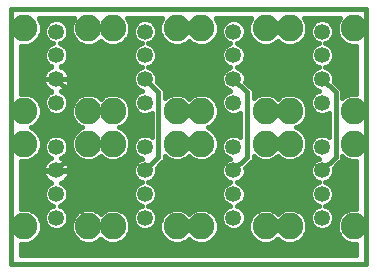
<source format=gtl>
G75*
%MOIN*%
%OFA0B0*%
%FSLAX24Y24*%
%IPPOS*%
%LPD*%
%AMOC8*
5,1,8,0,0,1.08239X$1,22.5*
%
%ADD10C,0.0160*%
%ADD11C,0.0531*%
%ADD12C,0.0886*%
D10*
X000180Y003432D02*
X011991Y003432D01*
X011991Y011936D01*
X000180Y011936D01*
X000180Y003432D01*
X000490Y003742D02*
X000490Y004109D01*
X000721Y004109D01*
X000935Y004198D01*
X001099Y004362D01*
X001188Y004576D01*
X001188Y004808D01*
X001099Y005022D01*
X000935Y005186D01*
X000721Y005275D01*
X000490Y005275D01*
X000490Y006865D01*
X000721Y006865D01*
X000935Y006954D01*
X001099Y007118D01*
X001188Y007332D01*
X001188Y007564D01*
X001099Y007778D01*
X000935Y007942D01*
X000822Y007989D01*
X000935Y008036D01*
X001099Y008200D01*
X001188Y008415D01*
X001188Y008646D01*
X001099Y008861D01*
X000935Y009025D01*
X000721Y009113D01*
X000490Y009113D01*
X000490Y010704D01*
X000721Y010704D01*
X000935Y010792D01*
X001099Y010956D01*
X001188Y011170D01*
X001188Y011402D01*
X001099Y011617D01*
X001090Y011626D01*
X002262Y011626D01*
X002253Y011617D01*
X002164Y011402D01*
X002164Y011170D01*
X002253Y010956D01*
X002417Y010792D01*
X002631Y010704D01*
X002863Y010704D01*
X003077Y010792D01*
X003152Y010868D01*
X003228Y010792D01*
X003442Y010704D01*
X003674Y010704D01*
X003888Y010792D01*
X004052Y010956D01*
X004141Y011170D01*
X004141Y011402D01*
X004052Y011617D01*
X004043Y011626D01*
X005215Y011626D01*
X005206Y011617D01*
X005117Y011402D01*
X005117Y011170D01*
X005206Y010956D01*
X005369Y010792D01*
X005584Y010704D01*
X005816Y010704D01*
X006030Y010792D01*
X006105Y010868D01*
X006181Y010792D01*
X006395Y010704D01*
X006627Y010704D01*
X006841Y010792D01*
X007005Y010956D01*
X007094Y011170D01*
X007094Y011402D01*
X007005Y011617D01*
X006995Y011626D01*
X008168Y011626D01*
X008158Y011617D01*
X008070Y011402D01*
X008070Y011170D01*
X008158Y010956D01*
X008322Y010792D01*
X008536Y010704D01*
X008768Y010704D01*
X008983Y010792D01*
X009058Y010868D01*
X009133Y010792D01*
X009348Y010704D01*
X009579Y010704D01*
X009794Y010792D01*
X009958Y010956D01*
X010046Y011170D01*
X010046Y011402D01*
X009958Y011617D01*
X009948Y011626D01*
X011120Y011626D01*
X011111Y011617D01*
X011022Y011402D01*
X011022Y011170D01*
X011111Y010956D01*
X011275Y010792D01*
X011489Y010704D01*
X011681Y010704D01*
X011681Y009113D01*
X011489Y009113D01*
X011275Y009025D01*
X011207Y008957D01*
X011207Y009244D01*
X010936Y009515D01*
X010940Y009525D01*
X010940Y009686D01*
X010878Y009835D01*
X010764Y009949D01*
X010644Y009999D01*
X010764Y010049D01*
X010878Y010163D01*
X010940Y010312D01*
X010940Y010473D01*
X010878Y010623D01*
X010764Y010737D01*
X010644Y010786D01*
X010764Y010836D01*
X010878Y010950D01*
X010940Y011099D01*
X010940Y011261D01*
X010878Y011410D01*
X010764Y011524D01*
X010615Y011586D01*
X010454Y011586D01*
X010304Y011524D01*
X010190Y011410D01*
X010129Y011261D01*
X010129Y011099D01*
X010190Y010950D01*
X010304Y010836D01*
X010425Y010786D01*
X010304Y010737D01*
X010190Y010623D01*
X010129Y010473D01*
X010129Y010312D01*
X010190Y010163D01*
X010304Y010049D01*
X010425Y009999D01*
X010304Y009949D01*
X010190Y009835D01*
X010129Y009686D01*
X010129Y009525D01*
X010190Y009375D01*
X010304Y009261D01*
X010425Y009212D01*
X010304Y009162D01*
X010190Y009048D01*
X010129Y008899D01*
X010129Y008737D01*
X010190Y008588D01*
X010304Y008474D01*
X010454Y008412D01*
X010615Y008412D01*
X010764Y008474D01*
X010767Y008477D01*
X010767Y007683D01*
X010764Y007686D01*
X010615Y007747D01*
X010454Y007747D01*
X010304Y007686D01*
X010190Y007571D01*
X010129Y007422D01*
X010129Y007261D01*
X010190Y007112D01*
X010304Y006998D01*
X010425Y006948D01*
X010304Y006898D01*
X010190Y006784D01*
X010129Y006635D01*
X010129Y006473D01*
X010190Y006324D01*
X010304Y006210D01*
X010425Y006160D01*
X010304Y006111D01*
X010190Y005997D01*
X010129Y005847D01*
X010129Y005686D01*
X010190Y005537D01*
X010304Y005423D01*
X010425Y005373D01*
X010304Y005323D01*
X010190Y005209D01*
X010129Y005060D01*
X010129Y004899D01*
X010190Y004749D01*
X010304Y004635D01*
X010454Y004574D01*
X010615Y004574D01*
X010764Y004635D01*
X010878Y004749D01*
X010940Y004899D01*
X010940Y005060D01*
X010878Y005209D01*
X010764Y005323D01*
X010644Y005373D01*
X010764Y005423D01*
X010878Y005537D01*
X010940Y005686D01*
X010940Y005847D01*
X010878Y005997D01*
X010764Y006111D01*
X010644Y006160D01*
X010764Y006210D01*
X010878Y006324D01*
X010940Y006473D01*
X010940Y006635D01*
X010936Y006645D01*
X011078Y006787D01*
X011207Y006916D01*
X011207Y007022D01*
X011275Y006954D01*
X011489Y006865D01*
X011681Y006865D01*
X011681Y005275D01*
X011489Y005275D01*
X011275Y005186D01*
X011111Y005022D01*
X011022Y004808D01*
X011022Y004576D01*
X011111Y004362D01*
X011275Y004198D01*
X011489Y004109D01*
X011681Y004109D01*
X011681Y003742D01*
X000490Y003742D01*
X000490Y003788D02*
X011681Y003788D01*
X011681Y003947D02*
X000490Y003947D01*
X000490Y004105D02*
X011681Y004105D01*
X011209Y004264D02*
X009860Y004264D01*
X009794Y004198D02*
X009958Y004362D01*
X010046Y004576D01*
X010046Y004808D01*
X009958Y005022D01*
X009794Y005186D01*
X009579Y005275D01*
X009348Y005275D01*
X009133Y005186D01*
X009058Y005111D01*
X008983Y005186D01*
X008768Y005275D01*
X008536Y005275D01*
X008322Y005186D01*
X008158Y005022D01*
X008070Y004808D01*
X008070Y004576D01*
X008158Y004362D01*
X008322Y004198D01*
X008536Y004109D01*
X008768Y004109D01*
X008983Y004198D01*
X009058Y004273D01*
X009133Y004198D01*
X009348Y004109D01*
X009579Y004109D01*
X009794Y004198D01*
X009983Y004422D02*
X011086Y004422D01*
X011022Y004581D02*
X010633Y004581D01*
X010436Y004581D02*
X010046Y004581D01*
X010046Y004739D02*
X010200Y004739D01*
X010129Y004898D02*
X010009Y004898D01*
X009923Y005056D02*
X010129Y005056D01*
X010196Y005215D02*
X009724Y005215D01*
X009203Y005215D02*
X008913Y005215D01*
X008392Y005215D02*
X007920Y005215D01*
X007926Y005209D02*
X007811Y005323D01*
X007691Y005373D01*
X007811Y005423D01*
X007926Y005537D01*
X007987Y005686D01*
X007987Y005847D01*
X007926Y005997D01*
X007811Y006111D01*
X007691Y006160D01*
X007811Y006210D01*
X007926Y006324D01*
X007987Y006473D01*
X007987Y006635D01*
X007983Y006645D01*
X008125Y006787D01*
X008254Y006916D01*
X008254Y007022D01*
X008322Y006954D01*
X008536Y006865D01*
X008768Y006865D01*
X008983Y006954D01*
X009058Y007029D01*
X009133Y006954D01*
X009348Y006865D01*
X009579Y006865D01*
X009794Y006954D01*
X009958Y007118D01*
X010046Y007332D01*
X010046Y007564D01*
X009958Y007778D01*
X009794Y007942D01*
X009680Y007989D01*
X009794Y008036D01*
X009958Y008200D01*
X010046Y008415D01*
X010046Y008646D01*
X009958Y008861D01*
X009794Y009025D01*
X009579Y009113D01*
X009348Y009113D01*
X009133Y009025D01*
X009058Y008949D01*
X008983Y009025D01*
X008768Y009113D01*
X008536Y009113D01*
X008322Y009025D01*
X008254Y008957D01*
X008254Y009244D01*
X007983Y009515D01*
X007987Y009525D01*
X007987Y009686D01*
X007926Y009835D01*
X007811Y009949D01*
X007691Y009999D01*
X007811Y010049D01*
X007926Y010163D01*
X007987Y010312D01*
X007987Y010473D01*
X007926Y010623D01*
X007811Y010737D01*
X007691Y010786D01*
X007811Y010836D01*
X007926Y010950D01*
X007987Y011099D01*
X007987Y011261D01*
X007926Y011410D01*
X007811Y011524D01*
X007662Y011586D01*
X007501Y011586D01*
X007352Y011524D01*
X007238Y011410D01*
X007176Y011261D01*
X007176Y011099D01*
X007238Y010950D01*
X007352Y010836D01*
X007472Y010786D01*
X007352Y010737D01*
X007238Y010623D01*
X007176Y010473D01*
X007176Y010312D01*
X007238Y010163D01*
X007352Y010049D01*
X007472Y009999D01*
X007352Y009949D01*
X007238Y009835D01*
X007176Y009686D01*
X007176Y009525D01*
X007238Y009375D01*
X007352Y009261D01*
X007472Y009212D01*
X007352Y009162D01*
X007238Y009048D01*
X007176Y008899D01*
X007176Y008737D01*
X007238Y008588D01*
X007352Y008474D01*
X007501Y008412D01*
X007662Y008412D01*
X007811Y008474D01*
X007814Y008477D01*
X007814Y007683D01*
X007811Y007686D01*
X007662Y007747D01*
X007501Y007747D01*
X007352Y007686D01*
X007238Y007571D01*
X007176Y007422D01*
X007176Y007261D01*
X007238Y007112D01*
X007352Y006998D01*
X007472Y006948D01*
X007352Y006898D01*
X007238Y006784D01*
X007176Y006635D01*
X007176Y006473D01*
X007238Y006324D01*
X007352Y006210D01*
X007472Y006160D01*
X007352Y006111D01*
X007238Y005997D01*
X007176Y005847D01*
X007176Y005686D01*
X007238Y005537D01*
X007352Y005423D01*
X007472Y005373D01*
X007352Y005323D01*
X007238Y005209D01*
X007176Y005060D01*
X007176Y004899D01*
X007238Y004749D01*
X007352Y004635D01*
X007501Y004574D01*
X007662Y004574D01*
X007811Y004635D01*
X007926Y004749D01*
X007987Y004899D01*
X007987Y005060D01*
X007926Y005209D01*
X007987Y005056D02*
X008193Y005056D01*
X008107Y004898D02*
X007987Y004898D01*
X007916Y004739D02*
X008070Y004739D01*
X008070Y004581D02*
X007680Y004581D01*
X007483Y004581D02*
X007094Y004581D01*
X007094Y004576D02*
X007094Y004808D01*
X007005Y005022D01*
X006841Y005186D01*
X006627Y005275D01*
X006395Y005275D01*
X006181Y005186D01*
X006105Y005111D01*
X006030Y005186D01*
X005816Y005275D01*
X005584Y005275D01*
X005369Y005186D01*
X005206Y005022D01*
X005117Y004808D01*
X005117Y004576D01*
X005206Y004362D01*
X005369Y004198D01*
X005584Y004109D01*
X005816Y004109D01*
X006030Y004198D01*
X006105Y004273D01*
X006181Y004198D01*
X006395Y004109D01*
X006627Y004109D01*
X006841Y004198D01*
X007005Y004362D01*
X007094Y004576D01*
X007030Y004422D02*
X008133Y004422D01*
X008256Y004264D02*
X006907Y004264D01*
X007094Y004739D02*
X007248Y004739D01*
X007176Y004898D02*
X007056Y004898D01*
X006971Y005056D02*
X007176Y005056D01*
X007243Y005215D02*
X006771Y005215D01*
X007176Y005690D02*
X005035Y005690D01*
X005035Y005686D02*
X005035Y005847D01*
X004973Y005997D01*
X004859Y006111D01*
X004739Y006160D01*
X004859Y006210D01*
X004973Y006324D01*
X005035Y006473D01*
X005035Y006635D01*
X005030Y006645D01*
X005173Y006787D01*
X005302Y006916D01*
X005302Y007022D01*
X005369Y006954D01*
X005584Y006865D01*
X005816Y006865D01*
X006030Y006954D01*
X006105Y007029D01*
X006181Y006954D01*
X006395Y006865D01*
X006627Y006865D01*
X006841Y006954D01*
X007005Y007118D01*
X007094Y007332D01*
X007094Y007564D01*
X007005Y007778D01*
X006841Y007942D01*
X006727Y007989D01*
X006841Y008036D01*
X007005Y008200D01*
X007094Y008415D01*
X007094Y008646D01*
X007005Y008861D01*
X006841Y009025D01*
X006627Y009113D01*
X006395Y009113D01*
X006181Y009025D01*
X006105Y008949D01*
X006030Y009025D01*
X005816Y009113D01*
X005584Y009113D01*
X005369Y009025D01*
X005302Y008957D01*
X005302Y009244D01*
X005030Y009515D01*
X005035Y009525D01*
X005035Y009686D01*
X004973Y009835D01*
X004859Y009949D01*
X004739Y009999D01*
X004859Y010049D01*
X004973Y010163D01*
X005035Y010312D01*
X005035Y010473D01*
X004973Y010623D01*
X004859Y010737D01*
X004739Y010786D01*
X004859Y010836D01*
X004973Y010950D01*
X005035Y011099D01*
X005035Y011261D01*
X004973Y011410D01*
X004859Y011524D01*
X004710Y011586D01*
X004548Y011586D01*
X004399Y011524D01*
X004285Y011410D01*
X004223Y011261D01*
X004223Y011099D01*
X004285Y010950D01*
X004399Y010836D01*
X004519Y010786D01*
X004399Y010737D01*
X004285Y010623D01*
X004223Y010473D01*
X004223Y010312D01*
X004285Y010163D01*
X004399Y010049D01*
X004519Y009999D01*
X004399Y009949D01*
X004285Y009835D01*
X004223Y009686D01*
X004223Y009525D01*
X004285Y009375D01*
X004399Y009261D01*
X004519Y009212D01*
X004399Y009162D01*
X004285Y009048D01*
X004223Y008899D01*
X004223Y008737D01*
X004285Y008588D01*
X004399Y008474D01*
X004548Y008412D01*
X004710Y008412D01*
X004859Y008474D01*
X004862Y008477D01*
X004862Y007683D01*
X004859Y007686D01*
X004710Y007747D01*
X004548Y007747D01*
X004399Y007686D01*
X004285Y007571D01*
X004223Y007422D01*
X004223Y007261D01*
X004285Y007112D01*
X004399Y006998D01*
X004519Y006948D01*
X004399Y006898D01*
X004285Y006784D01*
X004223Y006635D01*
X004223Y006473D01*
X004285Y006324D01*
X004399Y006210D01*
X004519Y006160D01*
X004399Y006111D01*
X004285Y005997D01*
X004223Y005847D01*
X004223Y005686D01*
X004285Y005537D01*
X004399Y005423D01*
X004519Y005373D01*
X004399Y005323D01*
X004285Y005209D01*
X004223Y005060D01*
X004223Y004899D01*
X004285Y004749D01*
X004399Y004635D01*
X004548Y004574D01*
X004710Y004574D01*
X004859Y004635D01*
X004973Y004749D01*
X005035Y004899D01*
X005035Y005060D01*
X004973Y005209D01*
X004859Y005323D01*
X004739Y005373D01*
X004859Y005423D01*
X004973Y005537D01*
X005035Y005686D01*
X004968Y005532D02*
X007243Y005532D01*
X007471Y005373D02*
X004740Y005373D01*
X004518Y005373D02*
X001787Y005373D01*
X001786Y005373D02*
X001906Y005423D01*
X002020Y005537D01*
X002082Y005686D01*
X002082Y005847D01*
X002020Y005997D01*
X001906Y006111D01*
X001839Y006138D01*
X001847Y006141D01*
X001910Y006173D01*
X001966Y006214D01*
X002016Y006264D01*
X002057Y006321D01*
X002089Y006383D01*
X002111Y006450D01*
X002122Y006519D01*
X002122Y006546D01*
X001685Y006546D01*
X001685Y006563D01*
X002122Y006563D01*
X002122Y006589D01*
X002111Y006659D01*
X002089Y006725D01*
X002057Y006788D01*
X002016Y006845D01*
X001966Y006894D01*
X001910Y006935D01*
X001847Y006967D01*
X001839Y006970D01*
X001906Y006998D01*
X002020Y007112D01*
X002082Y007261D01*
X002082Y007422D01*
X002020Y007571D01*
X001906Y007686D01*
X001757Y007747D01*
X001595Y007747D01*
X001446Y007686D01*
X001332Y007571D01*
X001270Y007422D01*
X001270Y007261D01*
X001332Y007112D01*
X001446Y006998D01*
X001513Y006970D01*
X001505Y006967D01*
X001442Y006935D01*
X001386Y006894D01*
X001336Y006845D01*
X001295Y006788D01*
X001263Y006725D01*
X001241Y006659D01*
X001230Y006589D01*
X001230Y006563D01*
X001667Y006563D01*
X001667Y006546D01*
X001230Y006546D01*
X001230Y006519D01*
X001241Y006450D01*
X001263Y006383D01*
X001295Y006321D01*
X001336Y006264D01*
X001386Y006214D01*
X001442Y006173D01*
X001505Y006141D01*
X001513Y006138D01*
X001446Y006111D01*
X001332Y005997D01*
X001270Y005847D01*
X001270Y005686D01*
X001332Y005537D01*
X001446Y005423D01*
X001566Y005373D01*
X001446Y005323D01*
X001332Y005209D01*
X001270Y005060D01*
X001270Y004899D01*
X001332Y004749D01*
X001446Y004635D01*
X001595Y004574D01*
X001757Y004574D01*
X001906Y004635D01*
X002020Y004749D01*
X002082Y004899D01*
X002082Y005060D01*
X002020Y005209D01*
X001906Y005323D01*
X001786Y005373D01*
X001565Y005373D02*
X000490Y005373D01*
X000490Y005532D02*
X001337Y005532D01*
X001270Y005690D02*
X000490Y005690D01*
X000490Y005849D02*
X001271Y005849D01*
X001343Y006007D02*
X000490Y006007D01*
X000490Y006166D02*
X001456Y006166D01*
X001293Y006324D02*
X000490Y006324D01*
X000490Y006483D02*
X001236Y006483D01*
X001239Y006641D02*
X000490Y006641D01*
X000490Y006800D02*
X001304Y006800D01*
X001488Y006958D02*
X000940Y006958D01*
X001099Y007117D02*
X001330Y007117D01*
X001270Y007275D02*
X001165Y007275D01*
X001188Y007434D02*
X001275Y007434D01*
X001353Y007592D02*
X001176Y007592D01*
X001111Y007751D02*
X002242Y007751D01*
X002253Y007778D02*
X002164Y007564D01*
X002164Y007332D01*
X002253Y007118D01*
X002417Y006954D01*
X002631Y006865D01*
X002863Y006865D01*
X003077Y006954D01*
X003152Y007029D01*
X003228Y006954D01*
X003442Y006865D01*
X003674Y006865D01*
X003888Y006954D01*
X004052Y007118D01*
X004141Y007332D01*
X004141Y007564D01*
X004052Y007778D01*
X003888Y007942D01*
X003774Y007989D01*
X003888Y008036D01*
X004052Y008200D01*
X004141Y008415D01*
X004141Y008646D01*
X004052Y008861D01*
X003888Y009025D01*
X003674Y009113D01*
X003442Y009113D01*
X003228Y009025D01*
X003152Y008949D01*
X003077Y009025D01*
X002863Y009113D01*
X002631Y009113D01*
X002417Y009025D01*
X002253Y008861D01*
X002164Y008646D01*
X002164Y008415D01*
X002253Y008200D01*
X002417Y008036D01*
X002531Y007989D01*
X002417Y007942D01*
X002253Y007778D01*
X002384Y007909D02*
X000968Y007909D01*
X000967Y008068D02*
X002385Y008068D01*
X002242Y008226D02*
X001110Y008226D01*
X001176Y008385D02*
X002176Y008385D01*
X002164Y008543D02*
X001975Y008543D01*
X002020Y008588D02*
X002082Y008737D01*
X002082Y008899D01*
X002020Y009048D01*
X001906Y009162D01*
X001839Y009190D01*
X001847Y009192D01*
X001910Y009224D01*
X001966Y009265D01*
X002016Y009315D01*
X002057Y009372D01*
X002089Y009434D01*
X002111Y009501D01*
X002122Y009570D01*
X002122Y009597D01*
X001685Y009597D01*
X001685Y009614D01*
X002122Y009614D01*
X002122Y009640D01*
X002111Y009710D01*
X002089Y009776D01*
X002057Y009839D01*
X002016Y009896D01*
X001966Y009945D01*
X001910Y009987D01*
X001847Y010018D01*
X001839Y010021D01*
X001906Y010049D01*
X002020Y010163D01*
X002082Y010312D01*
X002082Y010473D01*
X002020Y010623D01*
X001906Y010737D01*
X001786Y010786D01*
X001906Y010836D01*
X002020Y010950D01*
X002082Y011099D01*
X002082Y011261D01*
X002020Y011410D01*
X001906Y011524D01*
X001757Y011586D01*
X001595Y011586D01*
X001446Y011524D01*
X001332Y011410D01*
X001270Y011261D01*
X001270Y011099D01*
X001332Y010950D01*
X001446Y010836D01*
X001566Y010786D01*
X001446Y010737D01*
X001332Y010623D01*
X001270Y010473D01*
X001270Y010312D01*
X001332Y010163D01*
X001446Y010049D01*
X001513Y010021D01*
X001505Y010018D01*
X001442Y009987D01*
X001386Y009945D01*
X001336Y009896D01*
X001295Y009839D01*
X001263Y009776D01*
X001241Y009710D01*
X001230Y009640D01*
X001230Y009614D01*
X001667Y009614D01*
X001667Y009597D01*
X001230Y009597D01*
X001230Y009570D01*
X001241Y009501D01*
X001263Y009434D01*
X001295Y009372D01*
X001336Y009315D01*
X001386Y009265D01*
X001442Y009224D01*
X001505Y009192D01*
X001513Y009190D01*
X001446Y009162D01*
X001332Y009048D01*
X001270Y008899D01*
X001270Y008737D01*
X001332Y008588D01*
X001446Y008474D01*
X001595Y008412D01*
X001757Y008412D01*
X001906Y008474D01*
X002020Y008588D01*
X002067Y008702D02*
X002187Y008702D01*
X002253Y008860D02*
X002082Y008860D01*
X002032Y009019D02*
X002411Y009019D01*
X002129Y009153D02*
X001676Y009605D01*
X001321Y009336D02*
X000490Y009336D01*
X000490Y009494D02*
X001243Y009494D01*
X001232Y009653D02*
X000490Y009653D01*
X000490Y009811D02*
X001281Y009811D01*
X001420Y009970D02*
X000490Y009970D01*
X000490Y010128D02*
X001366Y010128D01*
X001281Y010287D02*
X000490Y010287D01*
X000490Y010445D02*
X001270Y010445D01*
X001324Y010604D02*
X000490Y010604D01*
X000863Y010762D02*
X001508Y010762D01*
X001361Y010921D02*
X001064Y010921D01*
X001150Y011079D02*
X001279Y011079D01*
X001270Y011238D02*
X001188Y011238D01*
X001188Y011396D02*
X001327Y011396D01*
X001521Y011555D02*
X001125Y011555D01*
X001831Y011555D02*
X002227Y011555D01*
X002164Y011396D02*
X002026Y011396D01*
X002082Y011238D02*
X002164Y011238D01*
X002202Y011079D02*
X002074Y011079D01*
X001991Y010921D02*
X002288Y010921D01*
X002489Y010762D02*
X001844Y010762D01*
X002028Y010604D02*
X004277Y010604D01*
X004223Y010445D02*
X002082Y010445D01*
X002071Y010287D02*
X004233Y010287D01*
X004319Y010128D02*
X001986Y010128D01*
X001933Y009970D02*
X004449Y009970D01*
X004275Y009811D02*
X002071Y009811D01*
X002120Y009653D02*
X004223Y009653D01*
X004236Y009494D02*
X002109Y009494D01*
X002031Y009336D02*
X004324Y009336D01*
X004437Y009177D02*
X001868Y009177D01*
X002129Y009153D02*
X002129Y007007D01*
X001676Y006554D01*
X001864Y006958D02*
X002412Y006958D01*
X002253Y007117D02*
X002022Y007117D01*
X002082Y007275D02*
X002187Y007275D01*
X002164Y007434D02*
X002077Y007434D01*
X001999Y007592D02*
X002176Y007592D01*
X002048Y006800D02*
X004301Y006800D01*
X004493Y006958D02*
X003893Y006958D01*
X004051Y007117D02*
X004283Y007117D01*
X004223Y007275D02*
X004117Y007275D01*
X004141Y007434D02*
X004228Y007434D01*
X004306Y007592D02*
X004129Y007592D01*
X004063Y007751D02*
X004862Y007751D01*
X004862Y007909D02*
X003921Y007909D01*
X003920Y008068D02*
X004862Y008068D01*
X004862Y008226D02*
X004063Y008226D01*
X004129Y008385D02*
X004862Y008385D01*
X004329Y008543D02*
X004141Y008543D01*
X004118Y008702D02*
X004238Y008702D01*
X004223Y008860D02*
X004052Y008860D01*
X003894Y009019D02*
X004273Y009019D01*
X004629Y009605D02*
X005082Y009153D01*
X005082Y007007D01*
X004629Y006554D01*
X004973Y006324D02*
X007238Y006324D01*
X007176Y006483D02*
X005035Y006483D01*
X005032Y006641D02*
X007179Y006641D01*
X007254Y006800D02*
X005186Y006800D01*
X005302Y006958D02*
X005365Y006958D01*
X006035Y006958D02*
X006176Y006958D01*
X006846Y006958D02*
X007446Y006958D01*
X007235Y007117D02*
X007004Y007117D01*
X007070Y007275D02*
X007176Y007275D01*
X007181Y007434D02*
X007094Y007434D01*
X007082Y007592D02*
X007259Y007592D01*
X007016Y007751D02*
X007814Y007751D01*
X007814Y007909D02*
X006873Y007909D01*
X006873Y008068D02*
X007814Y008068D01*
X007814Y008226D02*
X007016Y008226D01*
X007081Y008385D02*
X007814Y008385D01*
X007282Y008543D02*
X007094Y008543D01*
X007071Y008702D02*
X007190Y008702D01*
X007176Y008860D02*
X007005Y008860D01*
X006847Y009019D02*
X007226Y009019D01*
X007389Y009177D02*
X005302Y009177D01*
X005302Y009019D02*
X005364Y009019D01*
X005209Y009336D02*
X007277Y009336D01*
X007188Y009494D02*
X005051Y009494D01*
X005035Y009653D02*
X007176Y009653D01*
X007228Y009811D02*
X004983Y009811D01*
X004809Y009970D02*
X007402Y009970D01*
X007272Y010128D02*
X004938Y010128D01*
X005024Y010287D02*
X007186Y010287D01*
X007176Y010445D02*
X005035Y010445D01*
X004980Y010604D02*
X007230Y010604D01*
X007414Y010762D02*
X006769Y010762D01*
X006970Y010921D02*
X007267Y010921D01*
X007184Y011079D02*
X007056Y011079D01*
X007094Y011238D02*
X007176Y011238D01*
X007232Y011396D02*
X007094Y011396D01*
X007030Y011555D02*
X007426Y011555D01*
X007737Y011555D02*
X008133Y011555D01*
X008070Y011396D02*
X007931Y011396D01*
X007987Y011238D02*
X008070Y011238D01*
X008107Y011079D02*
X007979Y011079D01*
X007896Y010921D02*
X008194Y010921D01*
X008394Y010762D02*
X007749Y010762D01*
X007933Y010604D02*
X010183Y010604D01*
X010129Y010445D02*
X007987Y010445D01*
X007977Y010287D02*
X010139Y010287D01*
X010225Y010128D02*
X007891Y010128D01*
X007761Y009970D02*
X010354Y009970D01*
X010181Y009811D02*
X007935Y009811D01*
X007987Y009653D02*
X010129Y009653D01*
X010141Y009494D02*
X008004Y009494D01*
X008162Y009336D02*
X010230Y009336D01*
X010342Y009177D02*
X008254Y009177D01*
X008254Y009019D02*
X008317Y009019D01*
X008034Y009153D02*
X007582Y009605D01*
X008034Y009153D02*
X008034Y007007D01*
X007582Y006554D01*
X007987Y006483D02*
X010129Y006483D01*
X010131Y006641D02*
X007985Y006641D01*
X008139Y006800D02*
X010206Y006800D01*
X010399Y006958D02*
X009798Y006958D01*
X009957Y007117D02*
X010188Y007117D01*
X010129Y007275D02*
X010023Y007275D01*
X010046Y007434D02*
X010133Y007434D01*
X010211Y007592D02*
X010034Y007592D01*
X009969Y007751D02*
X010767Y007751D01*
X010767Y007909D02*
X009826Y007909D01*
X009825Y008068D02*
X010767Y008068D01*
X010767Y008226D02*
X009968Y008226D01*
X010034Y008385D02*
X010767Y008385D01*
X010235Y008543D02*
X010046Y008543D01*
X010023Y008702D02*
X010143Y008702D01*
X010129Y008860D02*
X009958Y008860D01*
X009799Y009019D02*
X010178Y009019D01*
X010534Y009605D02*
X010987Y009153D01*
X010987Y007007D01*
X010534Y006554D01*
X010940Y006483D02*
X011681Y006483D01*
X011681Y006641D02*
X010937Y006641D01*
X011091Y006800D02*
X011681Y006800D01*
X011270Y006958D02*
X011207Y006958D01*
X010878Y006324D02*
X011681Y006324D01*
X011681Y006166D02*
X010657Y006166D01*
X010411Y006166D02*
X007705Y006166D01*
X007915Y006007D02*
X010201Y006007D01*
X010129Y005849D02*
X007987Y005849D01*
X007987Y005690D02*
X010129Y005690D01*
X010195Y005532D02*
X007921Y005532D01*
X007692Y005373D02*
X010424Y005373D01*
X010645Y005373D02*
X011681Y005373D01*
X011681Y005532D02*
X010873Y005532D01*
X010940Y005690D02*
X011681Y005690D01*
X011681Y005849D02*
X010939Y005849D01*
X010867Y006007D02*
X011681Y006007D01*
X011345Y005215D02*
X010873Y005215D01*
X010940Y005056D02*
X011145Y005056D01*
X011060Y004898D02*
X010940Y004898D01*
X010868Y004739D02*
X011022Y004739D01*
X010190Y006324D02*
X007926Y006324D01*
X007458Y006166D02*
X004752Y006166D01*
X004962Y006007D02*
X007248Y006007D01*
X007176Y005849D02*
X005034Y005849D01*
X004506Y006166D02*
X001896Y006166D01*
X002009Y006007D02*
X004296Y006007D01*
X004224Y005849D02*
X002081Y005849D01*
X002082Y005690D02*
X004223Y005690D01*
X004290Y005532D02*
X002015Y005532D01*
X002014Y005215D02*
X002486Y005215D01*
X002417Y005186D02*
X002253Y005022D01*
X002164Y004808D01*
X002164Y004576D01*
X002253Y004362D01*
X002417Y004198D01*
X002631Y004109D01*
X002863Y004109D01*
X003077Y004198D01*
X003152Y004273D01*
X003228Y004198D01*
X003442Y004109D01*
X003674Y004109D01*
X003888Y004198D01*
X004052Y004362D01*
X004141Y004576D01*
X004141Y004808D01*
X004052Y005022D01*
X003888Y005186D01*
X003674Y005275D01*
X003442Y005275D01*
X003228Y005186D01*
X003152Y005111D01*
X003077Y005186D01*
X002863Y005275D01*
X002631Y005275D01*
X002417Y005186D01*
X002287Y005056D02*
X002082Y005056D01*
X002082Y004898D02*
X002201Y004898D01*
X002164Y004739D02*
X002010Y004739D01*
X002164Y004581D02*
X001775Y004581D01*
X001578Y004581D02*
X001188Y004581D01*
X001125Y004422D02*
X002228Y004422D01*
X002351Y004264D02*
X001002Y004264D01*
X001188Y004739D02*
X001342Y004739D01*
X001271Y004898D02*
X001151Y004898D01*
X001065Y005056D02*
X001270Y005056D01*
X001338Y005215D02*
X000866Y005215D01*
X002059Y006324D02*
X004285Y006324D01*
X004223Y006483D02*
X002116Y006483D01*
X002114Y006641D02*
X004226Y006641D01*
X003223Y006958D02*
X003082Y006958D01*
X003007Y005215D02*
X003297Y005215D01*
X003818Y005215D02*
X004291Y005215D01*
X004223Y005056D02*
X004018Y005056D01*
X004104Y004898D02*
X004223Y004898D01*
X004295Y004739D02*
X004141Y004739D01*
X004141Y004581D02*
X004530Y004581D01*
X004727Y004581D02*
X005117Y004581D01*
X005180Y004422D02*
X004077Y004422D01*
X003954Y004264D02*
X005303Y004264D01*
X005117Y004739D02*
X004963Y004739D01*
X005034Y004898D02*
X005154Y004898D01*
X005240Y005056D02*
X005035Y005056D01*
X004967Y005215D02*
X005439Y005215D01*
X005960Y005215D02*
X006250Y005215D01*
X006114Y004264D02*
X006096Y004264D01*
X008254Y006958D02*
X008317Y006958D01*
X008987Y006958D02*
X009128Y006958D01*
X009128Y009019D02*
X008988Y009019D01*
X008911Y010762D02*
X009205Y010762D01*
X009722Y010762D02*
X010367Y010762D01*
X010220Y010921D02*
X009922Y010921D01*
X010009Y011079D02*
X010137Y011079D01*
X010129Y011238D02*
X010046Y011238D01*
X010046Y011396D02*
X010185Y011396D01*
X010379Y011555D02*
X009983Y011555D01*
X010690Y011555D02*
X011085Y011555D01*
X011022Y011396D02*
X010884Y011396D01*
X010940Y011238D02*
X011022Y011238D01*
X011060Y011079D02*
X010932Y011079D01*
X010849Y010921D02*
X011146Y010921D01*
X011347Y010762D02*
X010702Y010762D01*
X010886Y010604D02*
X011681Y010604D01*
X011681Y010445D02*
X010940Y010445D01*
X010930Y010287D02*
X011681Y010287D01*
X011681Y010128D02*
X010844Y010128D01*
X010714Y009970D02*
X011681Y009970D01*
X011681Y009811D02*
X010888Y009811D01*
X010940Y009653D02*
X011681Y009653D01*
X011681Y009494D02*
X010956Y009494D01*
X011115Y009336D02*
X011681Y009336D01*
X011681Y009177D02*
X011207Y009177D01*
X011207Y009019D02*
X011269Y009019D01*
X009067Y004264D02*
X009049Y004264D01*
X006175Y009019D02*
X006036Y009019D01*
X005958Y010762D02*
X006252Y010762D01*
X005441Y010762D02*
X004796Y010762D01*
X004943Y010921D02*
X005241Y010921D01*
X005154Y011079D02*
X005026Y011079D01*
X005035Y011238D02*
X005117Y011238D01*
X005117Y011396D02*
X004978Y011396D01*
X004784Y011555D02*
X005180Y011555D01*
X004474Y011555D02*
X004078Y011555D01*
X004141Y011396D02*
X004279Y011396D01*
X004223Y011238D02*
X004141Y011238D01*
X004103Y011079D02*
X004231Y011079D01*
X004314Y010921D02*
X004017Y010921D01*
X003816Y010762D02*
X004461Y010762D01*
X003300Y010762D02*
X003005Y010762D01*
X001484Y009177D02*
X000490Y009177D01*
X000941Y009019D02*
X001320Y009019D01*
X001270Y008860D02*
X001099Y008860D01*
X001165Y008702D02*
X001285Y008702D01*
X001377Y008543D02*
X001188Y008543D01*
X003083Y009019D02*
X003222Y009019D01*
X003143Y004264D02*
X003162Y004264D01*
D11*
X001676Y004979D03*
X001676Y005767D03*
X001676Y006554D03*
X001676Y007342D03*
X001676Y008818D03*
X001676Y009605D03*
X001676Y010393D03*
X001676Y011180D03*
X004629Y011180D03*
X004629Y010393D03*
X004629Y009605D03*
X004629Y008818D03*
X004629Y007342D03*
X004629Y006554D03*
X004629Y005767D03*
X004629Y004979D03*
X007582Y004979D03*
X007582Y005767D03*
X007582Y006554D03*
X007582Y007342D03*
X007582Y008818D03*
X007582Y009605D03*
X007582Y010393D03*
X007582Y011180D03*
X010534Y011180D03*
X010534Y010393D03*
X010534Y009605D03*
X010534Y008818D03*
X010534Y007342D03*
X010534Y006554D03*
X010534Y005767D03*
X010534Y004979D03*
D12*
X009463Y004692D03*
X008652Y004692D03*
X006511Y004692D03*
X005700Y004692D03*
X003558Y004692D03*
X002747Y004692D03*
X000605Y004692D03*
X000605Y007448D03*
X000605Y008531D03*
X002747Y008531D03*
X003558Y008531D03*
X003558Y007448D03*
X002747Y007448D03*
X005700Y007448D03*
X006511Y007448D03*
X006511Y008531D03*
X005700Y008531D03*
X005700Y011286D03*
X006511Y011286D03*
X008652Y011286D03*
X009463Y011286D03*
X011605Y011286D03*
X011605Y008531D03*
X011605Y007448D03*
X009463Y007448D03*
X008652Y007448D03*
X008652Y008531D03*
X009463Y008531D03*
X011605Y004692D03*
X003558Y011286D03*
X002747Y011286D03*
X000605Y011286D03*
M02*

</source>
